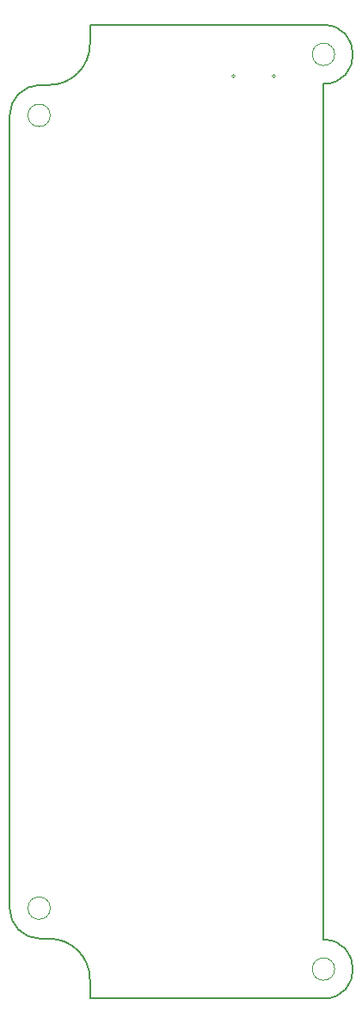
<source format=gbr>
%TF.GenerationSoftware,KiCad,Pcbnew,8.0.7-8.0.7-0~ubuntu24.04.1*%
%TF.CreationDate,2025-01-21T08:38:03+03:00*%
%TF.ProjectId,PM-ESPC3,504d2d45-5350-4433-932e-6b696361645f,rev?*%
%TF.SameCoordinates,Original*%
%TF.FileFunction,Profile,NP*%
%FSLAX46Y46*%
G04 Gerber Fmt 4.6, Leading zero omitted, Abs format (unit mm)*
G04 Created by KiCad (PCBNEW 8.0.7-8.0.7-0~ubuntu24.04.1) date 2025-01-21 08:38:03*
%MOMM*%
%LPD*%
G01*
G04 APERTURE LIST*
%TA.AperFunction,Profile*%
%ADD10C,0.200000*%
%TD*%
%TA.AperFunction,Profile*%
%ADD11C,0.100000*%
%TD*%
%TA.AperFunction,Profile*%
%ADD12C,0.050000*%
%TD*%
G04 APERTURE END LIST*
D10*
X3100000Y-42000000D02*
G75*
G02*
X100000Y-39000000I0J3000000D01*
G01*
X8000000Y46000000D02*
G75*
G02*
X4000000Y42000000I-4000000J0D01*
G01*
X8000000Y-47900000D02*
X8000000Y-46000000D01*
X31000000Y47900000D02*
G75*
G02*
X31000000Y42100000I0J-2900000D01*
G01*
X4000000Y42000000D02*
X3100000Y42000000D01*
X4000000Y-42000000D02*
X3100000Y-42000000D01*
X31000000Y-42100000D02*
G75*
G02*
X31000000Y-47900000I0J-2900000D01*
G01*
X100000Y39000000D02*
G75*
G02*
X3100000Y42000000I3000000J0D01*
G01*
X4000000Y-42000000D02*
G75*
G02*
X8000000Y-46000000I0J-4000000D01*
G01*
X8000000Y47900000D02*
X8000000Y46000000D01*
X31000000Y-42100000D02*
X31000000Y42100000D01*
X100000Y39000000D02*
X100000Y-39000000D01*
X31000000Y47900000D02*
X8000000Y47900000D01*
X31000000Y-47900000D02*
X8000000Y-47900000D01*
D11*
%TO.C,J1*%
X22300028Y42852208D02*
G75*
G02*
X21960028Y42852208I-170000J0D01*
G01*
X21960028Y42852208D02*
G75*
G02*
X22300028Y42852208I170000J0D01*
G01*
X26300028Y42852208D02*
G75*
G02*
X25960028Y42852208I-170000J0D01*
G01*
X25960028Y42852208D02*
G75*
G02*
X26300028Y42852208I170000J0D01*
G01*
D12*
%TO.C,H2*%
X4100000Y-39000000D02*
G75*
G02*
X1900000Y-39000000I-1100000J0D01*
G01*
X1900000Y-39000000D02*
G75*
G02*
X4100000Y-39000000I1100000J0D01*
G01*
%TO.C,H4*%
X32100000Y-45000000D02*
G75*
G02*
X29900000Y-45000000I-1100000J0D01*
G01*
X29900000Y-45000000D02*
G75*
G02*
X32100000Y-45000000I1100000J0D01*
G01*
%TO.C,H3*%
X32100000Y45000000D02*
G75*
G02*
X29900000Y45000000I-1100000J0D01*
G01*
X29900000Y45000000D02*
G75*
G02*
X32100000Y45000000I1100000J0D01*
G01*
%TO.C,H1*%
X4100000Y39000000D02*
G75*
G02*
X1900000Y39000000I-1100000J0D01*
G01*
X1900000Y39000000D02*
G75*
G02*
X4100000Y39000000I1100000J0D01*
G01*
%TD*%
M02*

</source>
